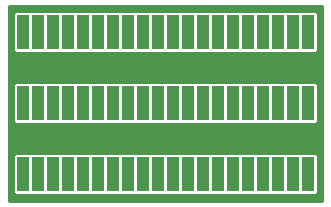
<source format=gbl>
G75*
%MOIN*%
%OFA0B0*%
%FSLAX25Y25*%
%IPPOS*%
%LPD*%
%AMOC8*
5,1,8,0,0,1.08239X$1,22.5*
%
%ADD10R,0.03937X0.11417*%
%ADD11C,0.03569*%
%ADD12C,0.01000*%
D10*
X0011028Y0015476D03*
X0016028Y0015476D03*
X0021028Y0015476D03*
X0026028Y0015476D03*
X0031028Y0015476D03*
X0036028Y0015476D03*
X0041028Y0015476D03*
X0046028Y0015476D03*
X0051028Y0015476D03*
X0056028Y0015476D03*
X0061028Y0015476D03*
X0066028Y0015476D03*
X0071028Y0015476D03*
X0076028Y0015476D03*
X0081028Y0015476D03*
X0086028Y0015476D03*
X0091028Y0015476D03*
X0096028Y0015476D03*
X0101028Y0015476D03*
X0106028Y0015476D03*
X0106028Y0039098D03*
X0101028Y0039098D03*
X0096028Y0039098D03*
X0091028Y0039098D03*
X0086028Y0039098D03*
X0081028Y0039098D03*
X0076028Y0039098D03*
X0071028Y0039098D03*
X0066028Y0039098D03*
X0061028Y0039098D03*
X0056028Y0039098D03*
X0051028Y0039098D03*
X0046028Y0039098D03*
X0041028Y0039098D03*
X0036028Y0039098D03*
X0031028Y0039098D03*
X0026028Y0039098D03*
X0021028Y0039098D03*
X0016028Y0039098D03*
X0011028Y0039098D03*
X0011028Y0062720D03*
X0016028Y0062720D03*
X0021028Y0062720D03*
X0026028Y0062720D03*
X0031028Y0062720D03*
X0036028Y0062720D03*
X0041028Y0062720D03*
X0046028Y0062720D03*
X0051028Y0062720D03*
X0056028Y0062720D03*
X0061028Y0062720D03*
X0066028Y0062720D03*
X0071028Y0062720D03*
X0076028Y0062720D03*
X0081028Y0062720D03*
X0086028Y0062720D03*
X0091028Y0062720D03*
X0096028Y0062720D03*
X0101028Y0062720D03*
X0106028Y0062720D03*
D11*
X0106028Y0062720D03*
X0101028Y0062720D03*
X0096028Y0062720D03*
X0091028Y0062720D03*
X0086028Y0062720D03*
X0081028Y0062720D03*
X0076028Y0062720D03*
X0071028Y0062720D03*
X0066028Y0062720D03*
X0061028Y0062720D03*
X0056028Y0062720D03*
X0051028Y0062720D03*
X0046028Y0062720D03*
X0041028Y0062720D03*
X0036028Y0062720D03*
X0031028Y0062720D03*
X0026028Y0062720D03*
X0021028Y0062720D03*
X0016028Y0062720D03*
X0011028Y0062720D03*
X0011028Y0039098D03*
X0016028Y0039098D03*
X0021028Y0039098D03*
X0026028Y0039098D03*
X0031028Y0039098D03*
X0036028Y0039098D03*
X0041028Y0039098D03*
X0046028Y0039098D03*
X0051028Y0039098D03*
X0056028Y0039098D03*
X0061028Y0039098D03*
X0066028Y0039098D03*
X0071028Y0039098D03*
X0076028Y0039098D03*
X0081028Y0039098D03*
X0086028Y0039098D03*
X0091028Y0039098D03*
X0096028Y0039098D03*
X0101028Y0039098D03*
X0106028Y0039098D03*
X0106028Y0015476D03*
X0101028Y0015476D03*
X0096028Y0015476D03*
X0091028Y0015476D03*
X0086028Y0015476D03*
X0081028Y0015476D03*
X0076028Y0015476D03*
X0071028Y0015476D03*
X0066028Y0015476D03*
X0061028Y0015476D03*
X0056028Y0015476D03*
X0051028Y0015476D03*
X0046028Y0015476D03*
X0041028Y0015476D03*
X0036028Y0015476D03*
X0031028Y0015476D03*
X0026028Y0015476D03*
X0021028Y0015476D03*
X0016028Y0015476D03*
X0011028Y0015476D03*
D12*
X0006500Y0006500D02*
X0006500Y0071303D01*
X0110673Y0071303D01*
X0110673Y0006500D01*
X0006500Y0006500D01*
X0006500Y0006607D02*
X0110673Y0006607D01*
X0110673Y0007605D02*
X0006500Y0007605D01*
X0006500Y0008604D02*
X0008385Y0008604D01*
X0008521Y0008468D02*
X0028535Y0008468D01*
X0033521Y0008468D01*
X0108535Y0008468D01*
X0109296Y0009229D01*
X0109296Y0021724D01*
X0108535Y0022485D01*
X0008521Y0022485D01*
X0007759Y0021724D01*
X0007759Y0009229D01*
X0008521Y0008468D01*
X0007759Y0009602D02*
X0006500Y0009602D01*
X0006500Y0010601D02*
X0007759Y0010601D01*
X0007759Y0011599D02*
X0006500Y0011599D01*
X0006500Y0012598D02*
X0007759Y0012598D01*
X0007759Y0013596D02*
X0006500Y0013596D01*
X0006500Y0014595D02*
X0007759Y0014595D01*
X0007759Y0015593D02*
X0006500Y0015593D01*
X0006500Y0016592D02*
X0007759Y0016592D01*
X0007759Y0017590D02*
X0006500Y0017590D01*
X0006500Y0018589D02*
X0007759Y0018589D01*
X0007759Y0019587D02*
X0006500Y0019587D01*
X0006500Y0020586D02*
X0007759Y0020586D01*
X0007759Y0021584D02*
X0006500Y0021584D01*
X0006500Y0022583D02*
X0110673Y0022583D01*
X0110673Y0023581D02*
X0006500Y0023581D01*
X0006500Y0024580D02*
X0110673Y0024580D01*
X0110673Y0025578D02*
X0006500Y0025578D01*
X0006500Y0026577D02*
X0110673Y0026577D01*
X0110673Y0027575D02*
X0006500Y0027575D01*
X0006500Y0028574D02*
X0110673Y0028574D01*
X0110673Y0029572D02*
X0006500Y0029572D01*
X0006500Y0030571D02*
X0110673Y0030571D01*
X0110673Y0031569D02*
X0006500Y0031569D01*
X0006500Y0032568D02*
X0008042Y0032568D01*
X0007759Y0032851D02*
X0008521Y0032090D01*
X0028535Y0032090D01*
X0033521Y0032090D01*
X0108535Y0032090D01*
X0109296Y0032851D01*
X0109296Y0045346D01*
X0108535Y0046107D01*
X0008521Y0046107D01*
X0007759Y0045346D01*
X0007759Y0032851D01*
X0007759Y0033566D02*
X0006500Y0033566D01*
X0006500Y0034565D02*
X0007759Y0034565D01*
X0007759Y0035563D02*
X0006500Y0035563D01*
X0006500Y0036562D02*
X0007759Y0036562D01*
X0007759Y0037560D02*
X0006500Y0037560D01*
X0006500Y0038559D02*
X0007759Y0038559D01*
X0007759Y0039558D02*
X0006500Y0039558D01*
X0006500Y0040556D02*
X0007759Y0040556D01*
X0007759Y0041555D02*
X0006500Y0041555D01*
X0006500Y0042553D02*
X0007759Y0042553D01*
X0007759Y0043552D02*
X0006500Y0043552D01*
X0006500Y0044550D02*
X0007759Y0044550D01*
X0007962Y0045549D02*
X0006500Y0045549D01*
X0006500Y0046547D02*
X0110673Y0046547D01*
X0110673Y0045549D02*
X0109093Y0045549D01*
X0109296Y0044550D02*
X0110673Y0044550D01*
X0110673Y0043552D02*
X0109296Y0043552D01*
X0109296Y0042553D02*
X0110673Y0042553D01*
X0110673Y0041555D02*
X0109296Y0041555D01*
X0109296Y0040556D02*
X0110673Y0040556D01*
X0110673Y0039558D02*
X0109296Y0039558D01*
X0109296Y0038559D02*
X0110673Y0038559D01*
X0110673Y0037560D02*
X0109296Y0037560D01*
X0109296Y0036562D02*
X0110673Y0036562D01*
X0110673Y0035563D02*
X0109296Y0035563D01*
X0109296Y0034565D02*
X0110673Y0034565D01*
X0110673Y0033566D02*
X0109296Y0033566D01*
X0109013Y0032568D02*
X0110673Y0032568D01*
X0110673Y0021584D02*
X0109296Y0021584D01*
X0109296Y0020586D02*
X0110673Y0020586D01*
X0110673Y0019587D02*
X0109296Y0019587D01*
X0109296Y0018589D02*
X0110673Y0018589D01*
X0110673Y0017590D02*
X0109296Y0017590D01*
X0109296Y0016592D02*
X0110673Y0016592D01*
X0110673Y0015593D02*
X0109296Y0015593D01*
X0109296Y0014595D02*
X0110673Y0014595D01*
X0110673Y0013596D02*
X0109296Y0013596D01*
X0109296Y0012598D02*
X0110673Y0012598D01*
X0110673Y0011599D02*
X0109296Y0011599D01*
X0109296Y0010601D02*
X0110673Y0010601D01*
X0110673Y0009602D02*
X0109296Y0009602D01*
X0108670Y0008604D02*
X0110673Y0008604D01*
X0110673Y0047546D02*
X0006500Y0047546D01*
X0006500Y0048544D02*
X0110673Y0048544D01*
X0110673Y0049543D02*
X0006500Y0049543D01*
X0006500Y0050541D02*
X0110673Y0050541D01*
X0110673Y0051540D02*
X0006500Y0051540D01*
X0006500Y0052538D02*
X0110673Y0052538D01*
X0110673Y0053537D02*
X0006500Y0053537D01*
X0006500Y0054535D02*
X0110673Y0054535D01*
X0110673Y0055534D02*
X0006500Y0055534D01*
X0006500Y0056532D02*
X0007759Y0056532D01*
X0007759Y0056473D02*
X0008521Y0055712D01*
X0028535Y0055712D01*
X0033521Y0055712D01*
X0108535Y0055712D01*
X0109296Y0056473D01*
X0109296Y0068968D01*
X0108535Y0069729D01*
X0008521Y0069729D01*
X0007759Y0068968D01*
X0007759Y0056473D01*
X0007759Y0057531D02*
X0006500Y0057531D01*
X0006500Y0058529D02*
X0007759Y0058529D01*
X0007759Y0059528D02*
X0006500Y0059528D01*
X0006500Y0060526D02*
X0007759Y0060526D01*
X0007759Y0061525D02*
X0006500Y0061525D01*
X0006500Y0062523D02*
X0007759Y0062523D01*
X0007759Y0063522D02*
X0006500Y0063522D01*
X0006500Y0064520D02*
X0007759Y0064520D01*
X0007759Y0065519D02*
X0006500Y0065519D01*
X0006500Y0066517D02*
X0007759Y0066517D01*
X0007759Y0067516D02*
X0006500Y0067516D01*
X0006500Y0068514D02*
X0007759Y0068514D01*
X0008304Y0069513D02*
X0006500Y0069513D01*
X0006500Y0070511D02*
X0110673Y0070511D01*
X0110673Y0069513D02*
X0108751Y0069513D01*
X0109296Y0068514D02*
X0110673Y0068514D01*
X0110673Y0067516D02*
X0109296Y0067516D01*
X0109296Y0066517D02*
X0110673Y0066517D01*
X0110673Y0065519D02*
X0109296Y0065519D01*
X0109296Y0064520D02*
X0110673Y0064520D01*
X0110673Y0063522D02*
X0109296Y0063522D01*
X0109296Y0062523D02*
X0110673Y0062523D01*
X0110673Y0061525D02*
X0109296Y0061525D01*
X0109296Y0060526D02*
X0110673Y0060526D01*
X0110673Y0059528D02*
X0109296Y0059528D01*
X0109296Y0058529D02*
X0110673Y0058529D01*
X0110673Y0057531D02*
X0109296Y0057531D01*
X0109296Y0056532D02*
X0110673Y0056532D01*
M02*

</source>
